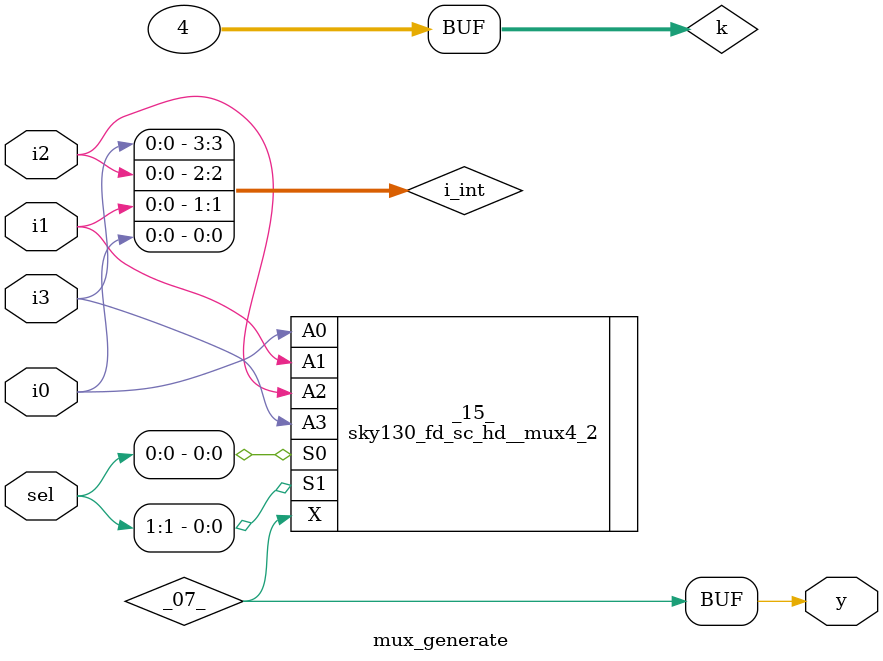
<source format=v>
/* Generated by Yosys 0.9+4081 (git sha1 862e84eb, gcc 7.5.0-3ubuntu1~18.04 -fPIC -Os) */

module mux_generate(i0, i1, i2, i3, sel, y);
  wire _00_;
  wire _01_;
  wire _02_;
  wire _03_;
  wire _04_;
  wire _05_;
  wire _06_;
  wire _07_;
  wire _08_;
  wire _09_;
  wire _10_;
  wire _11_;
  wire _12_;
  wire _13_;
  wire _14_;
  input i0;
  input i1;
  input i2;
  input i3;
  wire [3:0] i_int;
  wire [31:0] k;
  input [1:0] sel;
  output y;
  reg y;
  sky130_fd_sc_hd__mux4_2 _15_ (
    .A0(_09_),
    .A1(_10_),
    .A2(_11_),
    .A3(_12_),
    .S0(_13_),
    .S1(_14_),
    .X(_07_)
  );
  always @*
    if (!_01_) y = _00_;
  assign i_int = { i3, i2, i1, i0 };
  assign k = 32'd4;
  assign _08_ = 1'h0;
  assign _14_ = sel[1];
  assign _13_ = sel[0];
  assign _09_ = i0;
  assign _10_ = i1;
  assign _11_ = i2;
  assign _12_ = i3;
  assign _00_ = _07_;
  assign _01_ = _08_;
endmodule

</source>
